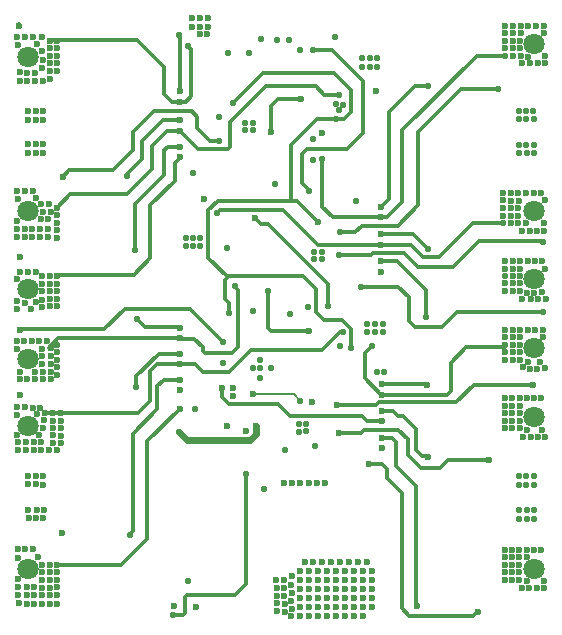
<source format=gbr>
%TF.GenerationSoftware,Altium Limited,Altium Designer,20.2.3 (150)*%
G04 Layer_Physical_Order=3*
G04 Layer_Color=16440176*
%FSLAX26Y26*%
%MOIN*%
%TF.SameCoordinates,1E0D65CC-F0FE-4DFC-A0D5-6D9DD74121E6*%
%TF.FilePolarity,Positive*%
%TF.FileFunction,Copper,L3,Inr,Signal*%
%TF.Part,Single*%
G01*
G75*
%TA.AperFunction,Conductor*%
%ADD33C,0.012000*%
%ADD35C,0.008000*%
%ADD37C,0.022000*%
%TA.AperFunction,ViaPad*%
%ADD42C,0.022000*%
%ADD43C,0.023622*%
%ADD44C,0.070866*%
D33*
X1402831Y1862425D02*
Y1934587D01*
X1377406Y1837000D02*
X1402831Y1862425D01*
X1287000Y1837000D02*
X1377406D01*
X1346369Y1991049D02*
X1402831Y1934587D01*
X1107891Y1991049D02*
X1346369D01*
X1442000Y1790000D02*
Y1964763D01*
X1275000Y2068000D02*
X1338763D01*
X1442000Y1964763D01*
X830992Y1707855D02*
Y1711000D01*
X814000Y1690863D02*
X830992Y1707855D01*
X814000Y1631000D02*
Y1690863D01*
X733000Y1550000D02*
X814000Y1631000D01*
X790000Y1746000D02*
X830992D01*
X773536Y1833000D02*
X830992D01*
Y1930000D02*
Y2116085D01*
X723000Y763000D02*
X832000Y872000D01*
X830992Y1895000D02*
X832494D01*
X830992D02*
X831759Y1895767D01*
X829909Y1796917D02*
X830992Y1798000D01*
X890992Y1738000D01*
X828254Y2118822D02*
X830992Y2116085D01*
X803835Y1895000D02*
X832494D01*
X778000Y1734000D02*
X790000Y1746000D01*
X778000Y1650000D02*
Y1734000D01*
X890992Y1738000D02*
X992624D01*
X999654Y1745030D01*
Y1828881D01*
X788407Y1796917D02*
X829909D01*
X738756Y1747266D02*
X788407Y1796917D01*
X738756Y1671693D02*
Y1747266D01*
X831759Y1895767D02*
X850377D01*
X723000Y438000D02*
Y763000D01*
X426000Y1107000D02*
X832992D01*
X834766Y1105226D01*
X744422Y1864000D02*
X870000D01*
X859441Y2078539D02*
Y2081245D01*
X834766Y1105226D02*
X879592D01*
X395000Y1076000D02*
X426000Y1107000D01*
X1081440Y1507737D02*
X1099982Y1489194D01*
X1123433D01*
X867643Y1913033D02*
Y2070337D01*
X850377Y1895767D02*
X867643Y1913033D01*
X859441Y2078539D02*
X867643Y2070337D01*
X422000Y2100639D02*
X688361D01*
X395800D02*
X422000D01*
X1125898Y1142030D02*
Y1264102D01*
X1135927Y1132000D02*
X1261000D01*
X1125898Y1142030D02*
X1135927Y1132000D01*
X1365709Y1128439D02*
X1375652D01*
X1304768Y1067498D02*
X1365709Y1128439D01*
X380839Y857028D02*
X690555D01*
X1066936Y1067498D02*
X1304768D01*
X993829Y994392D02*
X1066936Y1067498D01*
X958004Y1566000D02*
X1200360D01*
Y1750360D01*
X1287000Y1837000D01*
X1200360Y1566000D02*
X1222000D01*
X1008141Y1891300D02*
X1107891Y1991049D01*
X1117772Y1947000D02*
X1285000D01*
X999654Y1828881D02*
X1117772Y1947000D01*
X1135000Y1795000D02*
Y1880000D01*
X1158000Y1903000D02*
X1235000D01*
X1135000Y1880000D02*
X1158000Y1903000D01*
X1285000Y1947000D02*
X1313000Y1919000D01*
X1361000D01*
X907000Y1065270D02*
X914029Y1058240D01*
X1004240D02*
X1025000Y1079000D01*
X907000Y1065270D02*
Y1077819D01*
X914029Y1058240D02*
X1004240D01*
X646809Y1205649D02*
X863196D01*
X973535Y1095311D01*
X1500827Y1545000D02*
X1502008D01*
X1501827Y1364000D02*
X1553806D01*
X1500827Y1454000D02*
X1608046D01*
X925449Y1374551D02*
Y1533445D01*
X958004Y1566000D01*
X954808Y1523251D02*
X965105Y1533548D01*
X954808Y1523156D02*
Y1523251D01*
X1908142Y1491000D02*
X1909142Y1492000D01*
X1807138Y1491000D02*
X1908142D01*
X1752189Y893189D02*
X1809868Y950868D01*
X2007980D01*
X1397248Y1071959D02*
X1400652Y1075363D01*
X1400289Y1075000D02*
X1402000D01*
X1389089Y1737089D02*
X1442000Y1790000D01*
X1400652Y1075363D02*
Y1138794D01*
X1260386Y1598765D02*
Y1600657D01*
X1236776Y1624267D02*
X1260386Y1600657D01*
X690555Y857028D02*
X730278Y896751D01*
Y996084D01*
X426000Y1318000D02*
X677000D01*
X422000Y1314000D02*
X426000Y1318000D01*
X466484Y1586484D02*
X653547D01*
X422000Y1542000D02*
X466484Y1586484D01*
X688361Y2100639D02*
X778000Y2011000D01*
X1448285Y1059285D02*
X1471000Y1082000D01*
X1448285Y973221D02*
Y1059285D01*
Y973221D02*
X1502506Y919000D01*
X1434926Y1277939D02*
X1559061D01*
X1434328Y1278537D02*
X1434926Y1277939D01*
X906918Y994392D02*
X993829D01*
X1456002Y830000D02*
X1504008D01*
X1198118Y847882D02*
X1438120D01*
X1456002Y830000D01*
X1505510Y865000D02*
X1543000D01*
X1504759Y865751D02*
X1505510Y865000D01*
X1158302Y887698D02*
X1198118Y847882D01*
X1467000Y1383000D02*
X1475000Y1391000D01*
X1363000Y1383000D02*
X1467000D01*
X965105Y1533548D02*
X1176385D01*
X1290933Y1419000D02*
X1502008D01*
X1176385Y1533548D02*
X1290933Y1419000D01*
X1324000Y1214455D02*
Y1288627D01*
X1123433Y1489194D02*
X1324000Y1288627D01*
X925449Y1374551D02*
X987000Y1313000D01*
X1608046Y1454000D02*
X1657005Y1405041D01*
X1625000Y1796000D02*
X1768000Y1939000D01*
X1889992D01*
X1236776Y1719471D02*
X1254395Y1737089D01*
X1389089D01*
X1236776Y1624267D02*
Y1719471D01*
X1050719Y286719D02*
Y655108D01*
X1015000Y251000D02*
X1050719Y286719D01*
X847000Y191030D02*
Y243970D01*
X854029Y251000D01*
X1015000D01*
X809000Y184000D02*
X839971D01*
X847000Y191030D01*
X778000Y1920835D02*
Y2011000D01*
Y1920835D02*
X803835Y1895000D01*
X1324000Y1214455D02*
X1324184Y1214272D01*
X1310051Y1169275D02*
X1370172D01*
X1400652Y1138794D01*
X831992Y1143000D02*
X832992Y1142000D01*
X715642Y1143000D02*
X831992D01*
X1286197Y1193129D02*
Y1270373D01*
X1241570Y1315000D02*
X1286197Y1270373D01*
Y1193129D02*
X1310051Y1169275D01*
X994000Y1315000D02*
X1241570D01*
X1486386Y883880D02*
X1495695Y893189D01*
X1355642Y883880D02*
X1486386D01*
X1495695Y893189D02*
X1752189D01*
X996000Y1192000D02*
Y1223000D01*
X1014000Y1278978D02*
X1025000Y1267978D01*
X1014000Y1278978D02*
Y1280008D01*
X987000Y1308000D02*
X994000Y1315000D01*
X980000Y1301000D02*
X987000Y1308000D01*
Y1313000D01*
X1222000Y1566000D02*
X1293000Y1495000D01*
X673942Y788942D02*
X756000Y871000D01*
X665905Y452207D02*
Y454913D01*
X673942Y462951D01*
Y788942D01*
X685636Y979726D02*
X761910Y1056000D01*
X685636Y945787D02*
Y979726D01*
X682817Y1554817D02*
X778000Y1650000D01*
X682817Y1401642D02*
Y1554817D01*
X686917Y1171726D02*
X715642Y1143000D01*
X579160Y1138000D02*
X646809Y1205649D01*
X298992Y1138000D02*
X579160D01*
X761910Y1056000D02*
X832992D01*
X1306405Y1545595D02*
Y1702789D01*
Y1545595D02*
X1342000Y1510000D01*
X1502008D01*
X888000Y1809000D02*
X932000Y1765000D01*
X888000Y1809000D02*
Y1846000D01*
X932000Y1765000D02*
X963000D01*
X870000Y1864000D02*
X888000Y1846000D01*
X677000Y1318000D02*
X733000Y1374000D01*
Y1550000D01*
X653547Y1586484D02*
X738756Y1671693D01*
X704626Y1704760D02*
Y1764089D01*
X773536Y1833000D01*
X675000Y1794578D02*
X744422Y1864000D01*
X675000Y1734041D02*
Y1794578D01*
X462358Y1667359D02*
X608317D01*
X675000Y1734041D01*
X654134Y1654268D02*
X704626Y1704760D01*
X654134Y1647255D02*
Y1654268D01*
X441000Y1646000D02*
X462358Y1667359D01*
X296000Y2148008D02*
Y2153000D01*
X295992Y2148000D02*
X296000Y2148008D01*
X1705000Y1145000D02*
X1756000Y1196000D01*
X2042000D01*
X1614000Y1145000D02*
X1705000D01*
X1594000Y1165000D02*
X1614000Y1145000D01*
X1594000Y1165000D02*
Y1243000D01*
X1559061Y1277939D02*
X1594000Y1243000D01*
X2040000Y1430000D02*
X2041000Y1429000D01*
X2043000D01*
X1827000Y1430000D02*
X2040000D01*
X1742000Y1345000D02*
X1827000Y1430000D01*
X1625000Y1345000D02*
X1742000D01*
X1475000Y1391000D02*
X1579000D01*
X1625000Y1345000D01*
X1502008Y1419000D02*
X1600707D01*
X1640971Y1378736D01*
X1553806Y1364000D02*
X1651000Y1266806D01*
X1640971Y1378736D02*
X1694874D01*
X1807138Y1491000D01*
X1651000Y1179000D02*
Y1266806D01*
X1625000Y1550000D02*
Y1796000D01*
X1557000Y1482000D02*
X1625000Y1550000D01*
X1437000Y1482000D02*
X1557000D01*
X1820000Y2049000D02*
X1915268D01*
X1571000Y1560000D02*
Y1800000D01*
X1820000Y2049000D01*
X1521819Y1510819D02*
X1571000Y1560000D01*
X1502827Y1510819D02*
X1521819D01*
X1502008Y1545000D02*
X1528000Y1570992D01*
Y1861000D02*
X1616125Y1949125D01*
X1528000Y1570992D02*
Y1861000D01*
X1616125Y1949125D02*
X1658894D01*
X1416000Y1461000D02*
X1437000Y1482000D01*
X1364000Y1461000D02*
X1416000D01*
X1651000Y1179000D02*
X1652000Y1178000D01*
X1502008Y1510000D02*
X1502827Y1510819D01*
X980000Y1239000D02*
Y1301000D01*
Y1239000D02*
X996000Y1223000D01*
X880310Y1021000D02*
X906918Y994392D01*
X832992Y1021000D02*
X880310D01*
X1025000Y1079000D02*
Y1267978D01*
X879592Y1105226D02*
X907000Y1077819D01*
X422000Y350000D02*
X635000D01*
X723000Y438000D01*
X756000Y948000D02*
X777378Y969378D01*
X756000Y871000D02*
Y948000D01*
X777378Y969378D02*
X833000D01*
X755194Y1021000D02*
X832992D01*
X730278Y996084D02*
X755194Y1021000D01*
X296992Y1136000D02*
X298992Y1138000D01*
X1502506Y919000D02*
X1504008D01*
X972000Y910168D02*
Y939992D01*
X994470Y887698D02*
X1158302D01*
X972000Y910168D02*
X994470Y887698D01*
X1618000Y216826D02*
X1620119Y214706D01*
X1618000Y216826D02*
Y613000D01*
X1571000Y206931D02*
Y592000D01*
X1596345Y181586D02*
X1806586D01*
X1571000Y206931D02*
X1596345Y181586D01*
X1821855Y195000D02*
X1825000D01*
X1816044Y189189D02*
X1821855Y195000D01*
X1814189Y189189D02*
X1816044D01*
X1806586Y181586D02*
X1814189Y189189D01*
X1523000Y640000D02*
X1571000Y592000D01*
X1523000Y640000D02*
Y671000D01*
X1463000Y689000D02*
X1505000D01*
X1523000Y671000D01*
X1551000Y680000D02*
X1618000Y613000D01*
X1551000Y680000D02*
Y762000D01*
X1538000Y775000D02*
X1551000Y762000D01*
X1504008Y775000D02*
X1538000D01*
X1590102Y718085D02*
Y770401D01*
X1635187Y673000D02*
X1698000D01*
X1590102Y718085D02*
X1635187Y673000D01*
X1558631Y801872D02*
X1590102Y770401D01*
X1576322Y848913D02*
X1619214Y806022D01*
Y732787D02*
Y806022D01*
Y732787D02*
X1637776Y714224D01*
X1445444Y801872D02*
X1558631D01*
X1559087Y848913D02*
X1576322D01*
X1543000Y865000D02*
X1559087Y848913D01*
X1433572Y790000D02*
X1445444Y801872D01*
X1698000Y673000D02*
X1726000Y701000D01*
X1861000D01*
X1656776Y714224D02*
X1659000Y712000D01*
X1637776Y714224D02*
X1656776D01*
X1360000Y790000D02*
X1433572D01*
X1786000Y1077000D02*
X1913268D01*
X1915268Y1079000D01*
X1734000Y1025000D02*
X1786000Y1077000D01*
X1734000Y931000D02*
Y1025000D01*
X1504008Y919000D02*
X1722000D01*
X1734000Y931000D01*
X1504008Y954000D02*
X1647360D01*
X1652111Y949249D01*
X1655256D01*
D35*
X1075118Y920519D02*
X1210481D01*
X1232000Y899000D01*
D37*
X828212Y794248D02*
X856271Y766189D01*
X1063754D01*
X1085607Y788042D01*
Y814226D01*
D42*
X1438409Y2011432D02*
D03*
X973535Y1095311D02*
D03*
X1097000Y974000D02*
D03*
X1099000Y1008000D02*
D03*
X880000Y872000D02*
D03*
X975000Y1025765D02*
D03*
X1097910Y1033505D02*
D03*
X996000Y1192000D02*
D03*
X1076000Y1009000D02*
D03*
X828212Y794248D02*
D03*
X859441Y2081245D02*
D03*
X828254Y2118822D02*
D03*
X990000Y2058008D02*
D03*
X1375652Y1128439D02*
D03*
X1133557Y1007171D02*
D03*
X1008141Y1891300D02*
D03*
X1060000Y2058008D02*
D03*
X1350462Y1887735D02*
D03*
X1364000Y1080000D02*
D03*
X954808Y1523156D02*
D03*
X1347000Y2111000D02*
D03*
X1909142Y1492000D02*
D03*
X1418000Y1565000D02*
D03*
X1257385Y1210576D02*
D03*
X1197407Y1187208D02*
D03*
X1260386Y1598765D02*
D03*
X1279000Y1394000D02*
D03*
Y1370000D02*
D03*
X1915268Y1314000D02*
D03*
X1489000Y994000D02*
D03*
X1511787Y993000D02*
D03*
X1455721Y1152750D02*
D03*
X1434328Y1278537D02*
D03*
X1402000Y1075000D02*
D03*
X1049078Y1800830D02*
D03*
X1074000Y1801000D02*
D03*
Y1826000D02*
D03*
X1049000D02*
D03*
X1251772Y796139D02*
D03*
X1251459Y821588D02*
D03*
X1228235Y795373D02*
D03*
X1228000Y822000D02*
D03*
X1306000Y1370000D02*
D03*
Y1394000D02*
D03*
X1507000Y1128000D02*
D03*
X1481000D02*
D03*
X1456000D02*
D03*
X1506809Y1153370D02*
D03*
X1480491Y1153060D02*
D03*
X898000Y1413000D02*
D03*
X876000D02*
D03*
X851000D02*
D03*
X898000Y1442000D02*
D03*
X876000D02*
D03*
X851000D02*
D03*
X1657005Y1405041D02*
D03*
X1889992Y1939000D02*
D03*
X1274000Y1702000D02*
D03*
Y1771000D02*
D03*
X1361000Y1867000D02*
D03*
X1374000Y1886000D02*
D03*
X1489000Y2012000D02*
D03*
X1464000D02*
D03*
X1489000Y2040000D02*
D03*
X1464000D02*
D03*
X1439000D02*
D03*
X809000Y184000D02*
D03*
X858591Y299000D02*
D03*
X2012000Y506000D02*
D03*
X1988000D02*
D03*
X1962000D02*
D03*
X2012000Y535000D02*
D03*
X1989000D02*
D03*
X1962000D02*
D03*
X2011000Y619000D02*
D03*
X1986000D02*
D03*
X1962000D02*
D03*
X1985783Y647947D02*
D03*
X2011000Y648000D02*
D03*
X1961000D02*
D03*
X2011000Y1724000D02*
D03*
X1987000D02*
D03*
X1963000D02*
D03*
X2011000Y1752000D02*
D03*
X1986000D02*
D03*
X1962000D02*
D03*
X2010000Y1838000D02*
D03*
X1986000D02*
D03*
X1962000D02*
D03*
X2009000Y1865000D02*
D03*
X1986000D02*
D03*
X1961000D02*
D03*
X1352552Y1836698D02*
D03*
X1232000Y899000D02*
D03*
X1324184Y1214272D02*
D03*
X1361000Y1919000D02*
D03*
X1100000Y2103000D02*
D03*
X1180000Y733000D02*
D03*
X1232000Y2068000D02*
D03*
X1154000Y2100000D02*
D03*
X1014000Y1280008D02*
D03*
X1112000Y603000D02*
D03*
X1196000Y2100000D02*
D03*
X1275000Y2068000D02*
D03*
X989000Y1408000D02*
D03*
X665905Y452207D02*
D03*
X685636Y945787D02*
D03*
X682817Y1401642D02*
D03*
X686917Y1171726D02*
D03*
X1306405Y1702789D02*
D03*
X1146887Y1619915D02*
D03*
X654134Y1647255D02*
D03*
X876000Y1659000D02*
D03*
X963000Y1765000D02*
D03*
X962000Y1844000D02*
D03*
X2042000Y1196000D02*
D03*
X2043000Y1429000D02*
D03*
X1363000Y1383000D02*
D03*
X1364000Y1461000D02*
D03*
X1652000Y1178000D02*
D03*
X1915535Y2048000D02*
D03*
X1659162Y1948125D02*
D03*
X1074000Y1199000D02*
D03*
X1125898Y1264102D02*
D03*
X1282000Y747850D02*
D03*
X1471000Y1082000D02*
D03*
X1050719Y655108D02*
D03*
D43*
X830992Y1711000D02*
D03*
Y1746000D02*
D03*
Y1833000D02*
D03*
Y1930000D02*
D03*
X832000Y872000D02*
D03*
X830992Y1895000D02*
D03*
Y1798000D02*
D03*
X832992Y1107000D02*
D03*
X898000Y2120000D02*
D03*
X923000D02*
D03*
X872000Y2146000D02*
D03*
X898000D02*
D03*
X924000D02*
D03*
X871000Y2173000D02*
D03*
X898000D02*
D03*
X924000D02*
D03*
X1135000Y1795000D02*
D03*
X1081440Y1507737D02*
D03*
X1235000Y1903000D02*
D03*
X1007000Y915000D02*
D03*
Y939992D02*
D03*
X1075118Y920519D02*
D03*
X1313376Y622953D02*
D03*
X1287239Y622788D02*
D03*
X1260316Y623073D02*
D03*
X1232605Y622772D02*
D03*
X1205948Y623525D02*
D03*
X1179441Y623073D02*
D03*
X1500827Y1545000D02*
D03*
X1501827Y1364000D02*
D03*
X1500827Y1454000D02*
D03*
X910000Y1571984D02*
D03*
X2045000Y299000D02*
D03*
X1987000Y297000D02*
D03*
X2045000Y274000D02*
D03*
X2020000D02*
D03*
X1996000D02*
D03*
X1972000D02*
D03*
X1963000Y302000D02*
D03*
X1939000D02*
D03*
X1963000Y327000D02*
D03*
X1939000D02*
D03*
X1963000Y352000D02*
D03*
X1939000D02*
D03*
X1987000Y377000D02*
D03*
X1963000D02*
D03*
X1939000D02*
D03*
X2035000Y402000D02*
D03*
X2011000D02*
D03*
X1987000D02*
D03*
X1963000D02*
D03*
X1939000D02*
D03*
X1914000Y377000D02*
D03*
Y327000D02*
D03*
X1914268Y302000D02*
D03*
Y352000D02*
D03*
X2036000Y907000D02*
D03*
X2012000D02*
D03*
X1988000D02*
D03*
X2038000Y801000D02*
D03*
X1988000Y800000D02*
D03*
X2049000Y778000D02*
D03*
X2024000D02*
D03*
X2000000D02*
D03*
X1976000D02*
D03*
X1964000Y807000D02*
D03*
Y832000D02*
D03*
Y857000D02*
D03*
Y882000D02*
D03*
Y907000D02*
D03*
X1939000D02*
D03*
Y882000D02*
D03*
Y857000D02*
D03*
Y832000D02*
D03*
Y807000D02*
D03*
X1914000Y832000D02*
D03*
Y882000D02*
D03*
X1914268Y807000D02*
D03*
Y907000D02*
D03*
X2032413Y1028761D02*
D03*
X1992194Y1028812D02*
D03*
X2047145Y1008319D02*
D03*
X2023172Y1005244D02*
D03*
X1998018Y1005409D02*
D03*
X2040000Y1112000D02*
D03*
X1974447Y1012414D02*
D03*
X1966000Y1036000D02*
D03*
X1940000D02*
D03*
X1965000Y1061000D02*
D03*
X1940000D02*
D03*
X1965000Y1085000D02*
D03*
X1940000D02*
D03*
X1965000Y1111000D02*
D03*
X1940000D02*
D03*
X2040000Y1136000D02*
D03*
X2015000D02*
D03*
X1990000D02*
D03*
X1965000D02*
D03*
X1940000D02*
D03*
X1915000Y1061000D02*
D03*
Y1111000D02*
D03*
X1915268Y1036000D02*
D03*
Y1136000D02*
D03*
Y1086000D02*
D03*
X2048000Y1339000D02*
D03*
X2038000Y1260000D02*
D03*
X2013000Y1257000D02*
D03*
X2050000Y1238000D02*
D03*
X2026000Y1237000D02*
D03*
X2001000D02*
D03*
X1989000Y1259000D02*
D03*
X1972000Y1239000D02*
D03*
X1965000Y1264000D02*
D03*
X1940000D02*
D03*
X1965000Y1290000D02*
D03*
X1940000D02*
D03*
X1965000Y1314000D02*
D03*
X1940000D02*
D03*
X1965000Y1338000D02*
D03*
X1940000D02*
D03*
X2038000Y1364000D02*
D03*
X2014000D02*
D03*
X1990000D02*
D03*
X1965000D02*
D03*
X1940000D02*
D03*
X1915000Y1290000D02*
D03*
X1916000Y1338000D02*
D03*
X1915268Y1364000D02*
D03*
Y1264000D02*
D03*
X2047000Y1568000D02*
D03*
X1985000Y1491000D02*
D03*
X2046000Y1492000D02*
D03*
Y1466000D02*
D03*
X2021000D02*
D03*
X1997000D02*
D03*
X1972000D02*
D03*
X1959000Y1491000D02*
D03*
X1934000Y1492000D02*
D03*
X1959000Y1516000D02*
D03*
X1934000D02*
D03*
X1959000Y1540000D02*
D03*
X1934000Y1541000D02*
D03*
X1960000Y1565000D02*
D03*
X1934000Y1566000D02*
D03*
X2035000Y1592000D02*
D03*
X2010000D02*
D03*
X1985000D02*
D03*
X1959000D02*
D03*
X1934000D02*
D03*
X1909000Y1516000D02*
D03*
Y1567000D02*
D03*
X1909142Y1542000D02*
D03*
Y1592000D02*
D03*
X1914268Y402000D02*
D03*
X2007980Y950868D02*
D03*
X2046000Y2123000D02*
D03*
X1990000Y2046000D02*
D03*
X2049000Y2048000D02*
D03*
Y2023000D02*
D03*
X2024000D02*
D03*
X1999000D02*
D03*
X1973000D02*
D03*
X1967000Y2048000D02*
D03*
X1942000D02*
D03*
X1966000Y2073000D02*
D03*
X1941000D02*
D03*
X1965000Y2099000D02*
D03*
X1941000D02*
D03*
X1968000Y2124000D02*
D03*
X1941000D02*
D03*
X2045000Y2148000D02*
D03*
X2019000Y2149000D02*
D03*
X1993000D02*
D03*
X1967000D02*
D03*
X1941000D02*
D03*
X1915000Y2073000D02*
D03*
X1916000Y2124000D02*
D03*
X1915268Y2149000D02*
D03*
Y2099000D02*
D03*
X358000Y378000D02*
D03*
X343000Y403000D02*
D03*
X316000D02*
D03*
X290000D02*
D03*
Y376000D02*
D03*
X292000Y304000D02*
D03*
X295000Y226000D02*
D03*
X292000Y252000D02*
D03*
Y278000D02*
D03*
X320000Y277000D02*
D03*
X346000D02*
D03*
Y251000D02*
D03*
X320000D02*
D03*
Y221000D02*
D03*
X346000D02*
D03*
X372000D02*
D03*
Y251000D02*
D03*
Y276000D02*
D03*
Y302000D02*
D03*
Y327000D02*
D03*
X398000Y221000D02*
D03*
X398138Y251673D02*
D03*
X398000Y276000D02*
D03*
Y302000D02*
D03*
Y327000D02*
D03*
X372000Y352000D02*
D03*
X398000D02*
D03*
X422000Y327000D02*
D03*
Y277000D02*
D03*
Y221000D02*
D03*
X422000Y252000D02*
D03*
Y302000D02*
D03*
Y352000D02*
D03*
X1485000Y1930000D02*
D03*
X355000Y853000D02*
D03*
X365000Y876000D02*
D03*
X341000D02*
D03*
X315000Y877000D02*
D03*
X288000D02*
D03*
X289000Y851000D02*
D03*
X378000Y833000D02*
D03*
X374000Y809000D02*
D03*
X363000Y785000D02*
D03*
X288000Y784000D02*
D03*
X369000Y760000D02*
D03*
X344000D02*
D03*
X318000D02*
D03*
X292000D02*
D03*
Y735000D02*
D03*
X318000D02*
D03*
X344000Y736000D02*
D03*
X369000D02*
D03*
X420000Y735000D02*
D03*
X394000Y736000D02*
D03*
X408000Y758000D02*
D03*
Y783000D02*
D03*
Y807000D02*
D03*
Y831000D02*
D03*
X407000Y857000D02*
D03*
X380839Y857028D02*
D03*
X436000Y782000D02*
D03*
Y832000D02*
D03*
X435590Y757000D02*
D03*
Y807000D02*
D03*
Y857000D02*
D03*
X389000Y1099000D02*
D03*
X363000D02*
D03*
X338000D02*
D03*
X313000D02*
D03*
X288000D02*
D03*
X289000Y1072000D02*
D03*
D03*
X400000Y1073000D02*
D03*
X372000Y1072000D02*
D03*
D03*
X400000Y1047000D02*
D03*
X373000D02*
D03*
X400000Y1021000D02*
D03*
X373000D02*
D03*
X400000Y995000D02*
D03*
X374000D02*
D03*
X348000D02*
D03*
X299000D02*
D03*
X298000Y970000D02*
D03*
X323000D02*
D03*
X348000D02*
D03*
X374000D02*
D03*
X400000D02*
D03*
X422000Y1011000D02*
D03*
Y1061000D02*
D03*
X422079Y986000D02*
D03*
Y1036000D02*
D03*
Y1086000D02*
D03*
X372000Y1288000D02*
D03*
X335000Y1204000D02*
D03*
X288000Y1206000D02*
D03*
X316000Y1223000D02*
D03*
X350000Y1227000D02*
D03*
X288000Y1232000D02*
D03*
Y1304000D02*
D03*
X298000Y1328000D02*
D03*
X324000Y1329000D02*
D03*
X350000D02*
D03*
X373000Y1212000D02*
D03*
Y1236000D02*
D03*
X398000Y1213000D02*
D03*
Y1237000D02*
D03*
X372000Y1263000D02*
D03*
X397000D02*
D03*
Y1289000D02*
D03*
X370000Y1313000D02*
D03*
X397000D02*
D03*
X422000Y1289000D02*
D03*
Y1238000D02*
D03*
X422000Y1214000D02*
D03*
Y1264000D02*
D03*
Y1314000D02*
D03*
X390000Y1471000D02*
D03*
X364000D02*
D03*
X339000D02*
D03*
X314000D02*
D03*
X391000Y1444000D02*
D03*
X364000D02*
D03*
X339000D02*
D03*
X314000D02*
D03*
X289000D02*
D03*
Y1471000D02*
D03*
Y1498000D02*
D03*
X393000Y1504000D02*
D03*
X367000D02*
D03*
X400000Y1529000D02*
D03*
X374000D02*
D03*
X396000Y1554000D02*
D03*
X369000Y1555000D02*
D03*
X351000Y1574000D02*
D03*
X290000Y1571000D02*
D03*
X340000Y1598000D02*
D03*
X314000D02*
D03*
X289000D02*
D03*
X422000Y1517000D02*
D03*
Y1467000D02*
D03*
X422000Y1442000D02*
D03*
Y1492000D02*
D03*
Y1542000D02*
D03*
X399000Y1971000D02*
D03*
X371000Y2007000D02*
D03*
X374000Y2035000D02*
D03*
X372000Y2063000D02*
D03*
X356000Y2087000D02*
D03*
X371000Y2111000D02*
D03*
X342000D02*
D03*
X315000D02*
D03*
X289000D02*
D03*
X290000Y2085000D02*
D03*
X349000Y1992000D02*
D03*
X323000D02*
D03*
X297000Y1993000D02*
D03*
X374000Y1964000D02*
D03*
X349000D02*
D03*
X323000Y1965000D02*
D03*
X297000Y1966000D02*
D03*
X397000Y2099000D02*
D03*
Y2074000D02*
D03*
Y2049000D02*
D03*
Y2023000D02*
D03*
Y1998000D02*
D03*
X422000Y2024000D02*
D03*
Y2074000D02*
D03*
X422000Y2099000D02*
D03*
Y2049000D02*
D03*
Y1999000D02*
D03*
X1504759Y865751D02*
D03*
X376000Y1724000D02*
D03*
X351000D02*
D03*
X325000D02*
D03*
X376000Y1753000D02*
D03*
X351000D02*
D03*
X325000D02*
D03*
X375000Y1836000D02*
D03*
X351000D02*
D03*
X326000D02*
D03*
X375000Y1865000D02*
D03*
X351000D02*
D03*
X326000D02*
D03*
X374000Y619000D02*
D03*
X350000Y620000D02*
D03*
X326000Y621000D02*
D03*
X374000Y648000D02*
D03*
X350000D02*
D03*
X326000D02*
D03*
X376000Y508000D02*
D03*
X352000D02*
D03*
X327000D02*
D03*
X377000Y535000D02*
D03*
X354000D02*
D03*
X326000D02*
D03*
X1305000Y1791000D02*
D03*
X1050992Y797000D02*
D03*
X1270000Y894992D02*
D03*
X832992Y1142000D02*
D03*
X810000Y216000D02*
D03*
X1355642Y883880D02*
D03*
X988341Y815972D02*
D03*
X1293000Y1495000D02*
D03*
X297992Y1378000D02*
D03*
X441000Y1646000D02*
D03*
X295992Y2148000D02*
D03*
X1231744Y182378D02*
D03*
X1203000Y181000D02*
D03*
X1205000Y206000D02*
D03*
X1182000Y195000D02*
D03*
X1154000Y197000D02*
D03*
X1180000Y221000D02*
D03*
X1155000Y224000D02*
D03*
X1203000Y231000D02*
D03*
X1204000Y259000D02*
D03*
X1179000Y248000D02*
D03*
X1154000Y249000D02*
D03*
X1179000Y274000D02*
D03*
X1154000Y276000D02*
D03*
X1202000Y286000D02*
D03*
X1205000Y315000D02*
D03*
X1178000Y302000D02*
D03*
X1153000D02*
D03*
X1503008Y1329000D02*
D03*
X1502008Y1419000D02*
D03*
Y1510000D02*
D03*
X1654243Y949567D02*
D03*
X1261000Y1132000D02*
D03*
X439000Y457000D02*
D03*
X296992Y917000D02*
D03*
X833000Y969378D02*
D03*
X832992Y1056000D02*
D03*
X296992Y1136000D02*
D03*
X832992Y935000D02*
D03*
Y1021000D02*
D03*
X1085607Y814226D02*
D03*
X1620119Y214706D02*
D03*
X972000Y939992D02*
D03*
X1825000Y195000D02*
D03*
X1463000Y689000D02*
D03*
X1861000Y701000D02*
D03*
X1659000Y712000D02*
D03*
X1504008Y775000D02*
D03*
X1360000Y790000D02*
D03*
X1914268Y857000D02*
D03*
X1504008Y954000D02*
D03*
Y919000D02*
D03*
Y830000D02*
D03*
Y740000D02*
D03*
X885008Y210000D02*
D03*
X1440000Y180000D02*
D03*
X1410000D02*
D03*
X1380000D02*
D03*
X1350000D02*
D03*
X1320000D02*
D03*
X1290000D02*
D03*
X1260000D02*
D03*
X1470000Y210000D02*
D03*
X1440000D02*
D03*
X1410000D02*
D03*
X1380000D02*
D03*
X1350000D02*
D03*
X1320000D02*
D03*
X1290000D02*
D03*
X1260000D02*
D03*
X1230000D02*
D03*
X1470000Y240000D02*
D03*
X1440000D02*
D03*
X1410000D02*
D03*
X1380000D02*
D03*
X1350000D02*
D03*
X1320000D02*
D03*
X1290000D02*
D03*
X1260000D02*
D03*
X1230000D02*
D03*
X1470000Y270000D02*
D03*
X1440000D02*
D03*
X1410000D02*
D03*
X1380000D02*
D03*
X1350000D02*
D03*
X1320000D02*
D03*
X1290000D02*
D03*
X1260000D02*
D03*
X1230000D02*
D03*
X1470000Y300000D02*
D03*
X1440000D02*
D03*
X1410000D02*
D03*
X1380000D02*
D03*
X1350000D02*
D03*
X1320000D02*
D03*
X1290000D02*
D03*
X1260000D02*
D03*
X1230000D02*
D03*
X1470000Y330000D02*
D03*
X1440000D02*
D03*
X1410000D02*
D03*
X1380000D02*
D03*
X1350000D02*
D03*
X1320000D02*
D03*
X1290000D02*
D03*
X1260000D02*
D03*
X1230000D02*
D03*
X1455000Y360000D02*
D03*
X1425000D02*
D03*
X1395000D02*
D03*
X1365000D02*
D03*
X1335000D02*
D03*
X1305000D02*
D03*
X1275000D02*
D03*
X1249000Y362000D02*
D03*
D44*
X2012000Y2088000D02*
D03*
Y1532000D02*
D03*
Y1304000D02*
D03*
Y1073000D02*
D03*
Y843000D02*
D03*
Y339000D02*
D03*
X325000D02*
D03*
Y816000D02*
D03*
Y1037000D02*
D03*
Y1270000D02*
D03*
Y1532000D02*
D03*
Y2045000D02*
D03*
%TF.MD5,a5bde985266253278fce1d4d7862dfa9*%
M02*

</source>
